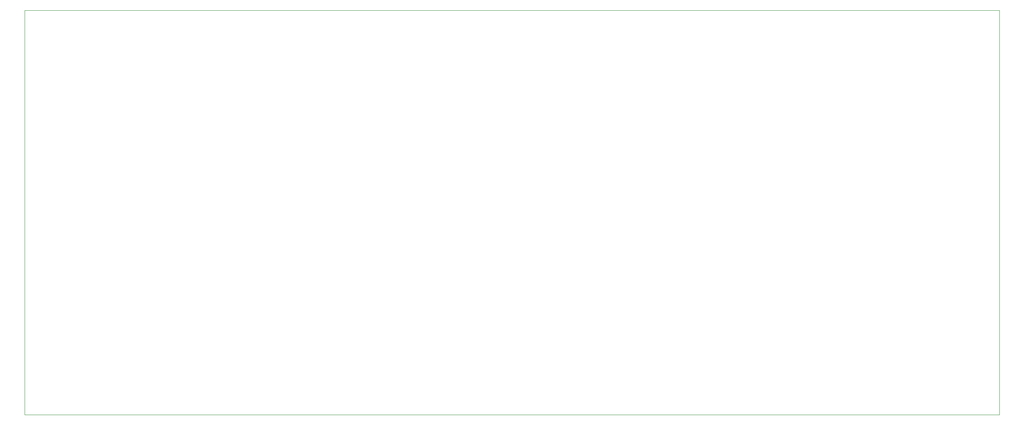
<source format=gbr>
%TF.GenerationSoftware,KiCad,Pcbnew,(6.0.5)*%
%TF.CreationDate,2022-06-27T13:36:31+02:00*%
%TF.ProjectId,VMN,564d4e2e-6b69-4636-9164-5f7063625858,rev?*%
%TF.SameCoordinates,Original*%
%TF.FileFunction,Profile,NP*%
%FSLAX46Y46*%
G04 Gerber Fmt 4.6, Leading zero omitted, Abs format (unit mm)*
G04 Created by KiCad (PCBNEW (6.0.5)) date 2022-06-27 13:36:31*
%MOMM*%
%LPD*%
G01*
G04 APERTURE LIST*
%TA.AperFunction,Profile*%
%ADD10C,0.100000*%
%TD*%
G04 APERTURE END LIST*
D10*
X245872000Y-129540000D02*
X38100000Y-129540000D01*
X38100000Y-129540000D02*
X38100000Y-43180000D01*
X38100000Y-43180000D02*
X245872000Y-43180000D01*
X245872000Y-43180000D02*
X245872000Y-129540000D01*
M02*

</source>
